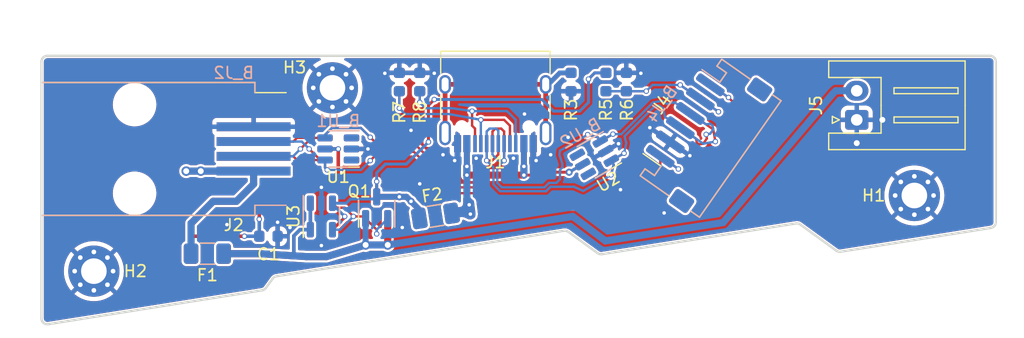
<source format=kicad_pcb>
(kicad_pcb (version 20211014) (generator pcbnew)
  (layers (0 "F.Cu" jumper "Front") (31 "B.Cu" signal "Back") (36 "B.SilkS" user "B.Silkscreen") (37 "F.SilkS" user "F.Silkscreen") (38 "B.Mask" user) (39 "F.Mask" user) (44 "Edge.Cuts" user))
  (net 0 "")
  (net 1 "USB_VBUS_IN_FUSED")
  (net 2 "VSS")
  (net 3 "USB_VBUS_IN")
  (net 4 "USB_VBUS")
  (net 5 "Net-(F2-Pad1)")
  (net 6 "Net-(Q1-Pad1)")
  (net 7 "PLUG_DETECT")
  (net 8 "Net-(J1-PadS1)")
  (net 9 "Net-(J1-PadB5)")
  (net 10 "Net-(J1-PadA5)")
  (net 11 "USB_D-")
  (net 12 "USB_D+")
  (net 21 "LINK_RX")
  (net 22 "LINK_TX")
  (footprint "MountingHole:MountingHole_2.2mm_M2_Pad_Via" (layer "F.Cu") (at 133.5 63.75)
    (fp_text reference "H1")
    (fp_text value "MountingHole_Pad")
  )
  (footprint "kbdlib:JST_ZH_S6B-ZR-SM4A-TF" (layer "F.Cu") (at 118.45 60.55 55)
    (fp_text reference "J4")
    (fp_text value "Conn_01x06")
  )
  (footprint "kbdlib:Fuse_1206_3216Metric_Flippable" (layer "F.Cu") (at 72.75 68.75)
    (fp_text reference "F1")
    (fp_text value "1.5A")
  )
  (footprint "kbdlib:SMD-0603_Flippable" (layer "F.Cu") (at 89.25 54 -90)
    (fp_text reference "R7")
    (fp_text value "5k1")
  )
  (footprint "Package_TO_SOT_SMD:SOT-23-6" (layer "F.Cu") (at 106 60.5 -150)
    (fp_text reference "U2")
    (fp_text value "SRV0504")
  )
  (footprint "kbdlib:SMD-0603_Flippable" (layer "F.Cu") (at 78 67.25)
    (fp_text reference "C1")
    (fp_text value "10u")
  )
  (footprint "kbdlib:SMD-0603_Flippable" (layer "F.Cu") (at 107 54 -90)
    (fp_text reference "R5")
    (fp_text value "100k")
  )
  (footprint "Connector_JST:JST_XH_S2B-XH-A_1x02_P2.50mm_Horizontal" (layer "F.Cu") (at 128.55 57.25 90)
    (fp_text reference "J5")
    (fp_text value "Conn_01x02")
  )
  (footprint "kbdlib:SOT-23_Flippable" (layer "F.Cu") (at 87.3 64.8 90)
    (fp_text reference "Q1")
    (fp_text value "AO3401A")
  )
  (footprint "kbdlib:SOT-23-5_Flippable" (layer "F.Cu") (at 82.55 65.55 90)
    (fp_text reference "U3")
    (fp_text value "LMV321")
  )
  (footprint "kbdlib:USB_C_Receptacle_HRO_TYPE-C-31-M-12_Flippable" (layer "F.Cu") (at 97.5 55.25 180)
    (fp_text reference "J1")
    (fp_text value "USB_C_Receptacle_USB2.0")
  )
  (footprint "MountingHole:MountingHole_2.2mm_M2_Pad_Via" (layer "F.Cu") (at 63 70.25)
    (fp_text reference "H2")
    (fp_text value "MountingHole_Pad")
  )
  (footprint "Package_TO_SOT_SMD:SOT-23-6" (layer "F.Cu") (at 84 59.75 180)
    (fp_text reference "U1")
    (fp_text value "SRV0504")
  )
  (footprint "kbdlib:RJ9_Molex_0855025005" (layer "F.Cu") (at 66.5 59.75 180)
    (fp_text reference "J2")
    (fp_text value "4P4C")
  )
  (footprint "kbdlib:SMD-0603_Flippable" (layer "F.Cu") (at 104 54 90)
    (fp_text reference "R3")
    (fp_text value "0")
  )
  (footprint "kbdlib:SMD-0603_Flippable" (layer "F.Cu") (at 91 54 -90)
    (fp_text reference "R8")
    (fp_text value "5k1")
  )
  (footprint "kbdlib:Fuse_1206_3216Metric_Flippable" (layer "F.Cu") (at 92.35 65.5 9)
    (fp_text reference "F2")
    (fp_text value "3A")
  )
  (footprint "kbdlib:SMD-0603_Flippable" (layer "F.Cu") (at 108.75 54 90)
    (fp_text reference "R6")
    (fp_text value "200k")
  )
  (footprint "MountingHole:MountingHole_2.2mm_M2_Pad_Via" (layer "F.Cu") (at 83.5 54.5)
    (fp_text reference "H3")
    (fp_text value "MountingHole_Pad")
  )
  (footprint "Package_TO_SOT_SMD:SOT-23-6" (layer "B.Cu") (at 106 60.5 -150)
    (fp_text reference "B_U2")
    (fp_text value "SRV0504")
  )
  (footprint "kbdlib:RJ9_Molex_0855025005" (layer "B.Cu") (at 66.5 59.75 180)
    (fp_text reference "B_J2")
    (fp_text value "4P4C")
  )
  (footprint "kbdlib:JST_ZH_S6B-ZR-SM4A-TF" (layer "B.Cu") (at 118.45 60.55 -125)
    (fp_text reference "B_J4")
    (fp_text value "Conn_01x06")
  )
  (footprint "Package_TO_SOT_SMD:SOT-23-6" (layer "B.Cu") (at 84 59.75 180)
    (fp_text reference "B_U1")
    (fp_text value "SRV0504")
  )
  (gr_arc (start 58.5 52.25) (mid 58.646447 51.896447) (end 59 51.75) (layer "Edge.Cuts") (width 0.2))
  (gr_line (start 123.324878 66.149834) (end 106.654003 68.790241) (layer "Edge.Cuts") (width 0.2))
  (gr_arc (start 140.5 66.039917) (mid 140.380197 66.364632) (end 140.078217 66.533761) (layer "Edge.Cuts") (width 0.2))
  (gr_arc (start 59.078217 74.806808) (mid 58.675276 74.693167) (end 58.5 74.312964) (layer "Edge.Cuts") (width 0.2))
  (gr_arc (start 77.778297 71.696734) (mid 77.635033 71.829148) (end 77.452006 71.896685) (layer "Edge.Cuts") (width 0.2))
  (gr_arc (start 123.324878 66.149834) (mid 123.519819 66.157491) (end 123.696988 66.23917) (layer "Edge.Cuts") (width 0.2))
  (gr_line (start 140.5 66.039917) (end 140.5 52.25) (layer "Edge.Cuts") (width 0.2))
  (gr_line (start 140.078217 66.533761) (end 127.16636 68.578798) (layer "Edge.Cuts") (width 0.2))
  (gr_line (start 58.5 74.312964) (end 58.5 52.25) (layer "Edge.Cuts") (width 0.2))
  (gr_line (start 126.794251 68.489463) (end 123.696988 66.23917) (layer "Edge.Cuts") (width 0.2))
  (gr_line (start 78.692374 70.687765) (end 103.384582 66.776904) (layer "Edge.Cuts") (width 0.2))
  (gr_line (start 78.366082 70.887717) (end 77.778297 71.696734) (layer "Edge.Cuts") (width 0.2))
  (gr_arc (start 103.384582 66.776904) (mid 103.579521 66.784563) (end 103.756692 66.866239) (layer "Edge.Cuts") (width 0.2))
  (gr_line (start 140 51.75) (end 59 51.75) (layer "Edge.Cuts") (width 0.2))
  (gr_arc (start 127.16636 68.578798) (mid 126.971415 68.571154) (end 126.794251 68.489463) (layer "Edge.Cuts") (width 0.2))
  (gr_arc (start 106.654003 68.790241) (mid 106.459066 68.782577) (end 106.281893 68.700906) (layer "Edge.Cuts") (width 0.2))
  (gr_arc (start 78.366082 70.887717) (mid 78.50934 70.755284) (end 78.692374 70.687765) (layer "Edge.Cuts") (width 0.2))
  (gr_line (start 103.756692 66.866239) (end 106.281893 68.700906) (layer "Edge.Cuts") (width 0.2))
  (gr_line (start 77.452006 71.896685) (end 59.078217 74.806808) (layer "Edge.Cuts") (width 0.2))
  (gr_arc (start 140 51.75) (mid 140.353553 51.896447) (end 140.5 52.25) (layer "Edge.Cuts") (width 0.2))
  (segment (start 76.725 62.775) (end 76.725 61.655) (width 0.6096) (layer "F.Cu") (net 1))
  (segment (start 80.45 63.05) (end 81.25 62.25) (width 0.3048) (layer "F.Cu") (net 1))
  (segment (start 73.25 64.25) (end 75.25 64.25) (width 0.6096) (layer "F.Cu") (net 1))
  (segment (start 75.25 64.25) (end 76.725 62.775) (width 0.6096) (layer "F.Cu") (net 1))
  (segment (start 83.5 62.25) (end 84 61.75) (width 0.3048) (layer "F.Cu") (net 1))
  (segment (start 71.35 66.15) (end 73.25 64.25) (width 0.6096) (layer "F.Cu") (net 1))
  (segment (start 71.35 67.415049) (end 71.35 66.15) (width 0.6096) (layer "F.Cu") (net 1))
  (segment (start 75.934951 67.25) (end 71.515049 67.25) (width 0.3048) (layer "F.Cu") (net 1))
  (segment (start 84 59.75) (end 82.8625 59.75) (width 0.3048) (layer "F.Cu") (net 1))
  (segment (start 77.2125 65.2875) (end 79.45 63.05) (width 0.3048) (layer "F.Cu") (net 1))
  (segment (start 71.35 68.75) (end 71.35 67.415049) (width 0.6096) (layer "F.Cu") (net 1))
  (segment (start 77.2125 65.7875) (end 77.2125 65.2875) (width 0.3048) (layer "F.Cu") (net 1))
  (segment (start 81.25 62.25) (end 83.5 62.25) (width 0.3048) (layer "F.Cu") (net 1))
  (segment (start 77.2125 65.7875) (end 77.2125 67.25) (width 0.3048) (layer "F.Cu") (net 1))
  (segment (start 79.45 63.05) (end 80.45 63.05) (width 0.3048) (layer "F.Cu") (net 1))
  (segment (start 71.515049 67.25) (end 71.35 67.415049) (width 0.3048) (layer "F.Cu") (net 1))
  (segment (start 70.934951 61.655) (end 72.184951 61.655) (width 0.6096) (layer "F.Cu") (net 1))
  (segment (start 77.2125 67.25) (end 75.934951 67.25) (width 0.3048) (layer "F.Cu") (net 1))
  (segment (start 84 61.75) (end 84 59.75) (width 0.3048) (layer "F.Cu") (net 1))
  (segment (start 76.725 61.655) (end 72.184951 61.655) (width 0.6096) (layer "F.Cu") (net 1))
  (via (at 77.2125 65.7875) (size 0.4572) (drill 0.3048) (layers "F.Cu" "B.Cu") (net 1))
  (via (at 75.934951 67.25) (size 0.4572) (drill 0.3048) (layers "F.Cu" "B.Cu") (net 1))
  (via (at 70.934951 61.655) (size 0.8128) (drill 0.508) (layers "F.Cu" "B.Cu") (net 1))
  (via (at 72.184951 61.655) (size 0.8128) (drill 0.508) (layers "F.Cu" "B.Cu") (net 1))
  (via (at 84 59.75) (size 0.4572) (drill 0.3048) (layers "F.Cu" "B.Cu") (net 1))
  (segment (start 73.25 64.25) (end 75.25 64.25) (width 0.6096) (layer "B.Cu") (net 1))
  (segment (start 72.184951 61.655) (end 76.725 61.655) (width 0.6096) (layer "B.Cu") (net 1))
  (segment (start 71.35 66.15) (end 73.25 64.25) (width 0.6096) (layer "B.Cu") (net 1))
  (segment (start 77.2125 67.25) (end 77.2125 65.7875) (width 0.3048) (layer "B.Cu") (net 1))
  (segment (start 75.25 64.25) (end 76.725 62.775) (width 0.6096) (layer "B.Cu") (net 1))
  (segment (start 84 59.75) (end 82.8625 59.75) (width 0.3048) (layer "B.Cu") (net 1))
  (segment (start 71.35 68.75) (end 71.35 66.15) (width 0.6096) (layer "B.Cu") (net 1))
  (segment (start 76.725 62.775) (end 76.725 61.655) (width 0.6096) (layer "B.Cu") (net 1))
  (segment (start 75.934951 67.25) (end 77.2125 67.25) (width 0.3048) (layer "B.Cu") (net 1))
  (segment (start 70.934951 61.655) (end 72.184951 61.655) (width 0.6096) (layer "B.Cu") (net 1))
  (segment (start 100.75 60.5) (end 100.75 59.295) (width 0.508) (layer "F.Cu") (net 2))
  (segment (start 101 60.75) (end 100.75 60.5) (width 0.508) (layer "F.Cu") (net 2))
  (segment (start 101 60.75) (end 101.75 60.75) (width 0.508) (layer "F.Cu") (net 2))
  (segment (start 94 60.75) (end 93.5 60.75) (width 0.508) (layer "F.Cu") (net 2))
  (segment (start 94 60.75) (end 94.25 60.5) (width 0.508) (layer "F.Cu") (net 2))
  (segment (start 94.25 60.5) (end 94.25 59.295) (width 0.508) (layer "F.Cu") (net 2))
  (segment (start 101.75 60.75) (end 102.25 60.25) (width 0.508) (layer "F.Cu") (net 2))
  (segment (start 93.5 60.75) (end 93 60.25) (width 0.508) (layer "F.Cu") (net 2))
  (via (at 130.75 57.25) (size 0.8128) (drill 0.508) (layers "F.Cu" "B.Cu") (net 2))
  (via (at 74.434951 66.25) (size 0.6096) (drill 0.3048) (layers "F.Cu" "B.Cu") (net 2))
  (via (at 108.078461 59.3) (size 0.4572) (drill 0.3048) (layers "F.Cu" "B.Cu") (net 2))
  (via (at 82.55 68.05) (size 0.4572) (drill 0.3048) (layers "F.Cu" "B.Cu") (net 2))
  (via (at 86.55 59.75) (size 0.4572) (drill 0.3048) (layers "F.Cu" "B.Cu") (net 2))
  (via (at 88 53.25) (size 0.4572) (drill 0.3048) (layers "F.Cu" "B.Cu") (net 2))
  (via (at 103.75 58.75) (size 0.4572) (drill 0.3048) (layers "F.Cu" "B.Cu") (net 2))
  (via (at 91 62.75) (size 0.6096) (drill 0.3048) (layers "F.Cu" "B.Cu") (net 2))
  (via (at 79.85 66.5) (size 0.4572) (drill 0.3048) (layers "F.Cu" "B.Cu") (net 2))
  (via (at 128.55 59.25) (size 0.8128) (drill 0.508) (layers "F.Cu" "B.Cu") (net 2))
  (via (at 92.25 53.25) (size 0.4572) (drill 0.3048) (layers "F.Cu" "B.Cu") (net 2))
  (via (at 112 65.25) (size 0.6096) (drill 0.3048) (layers "F.Cu" "B.Cu") (net 2))
  (via (at 82.55 63.05) (size 0.4572) (drill 0.3048) (layers "F.Cu" "B.Cu") (net 2))
  (via (at 108.25 63.25) (size 0.4572) (drill 0.3048) (layers "F.Cu" "B.Cu") (net 2))
  (via (at 110.770067 57.919195) (size 0.4572) (drill 0.3048) (layers "F.Cu" "B.Cu") (net 2))
  (via (at 89.5 66.5) (size 0.6096) (drill 0.3048) (layers "F.Cu" "B.Cu") (net 2))
  (via (at 102.25 60.25) (size 0.6096) (drill 0.3048) (layers "F.Cu" "B.Cu") (net 2))
  (via (at 101 60.75) (size 0.6096) (drill 0.3048) (layers "F.Cu" "B.Cu") (net 2))
  (via (at 90.25 58.15) (size 0.6096) (drill 0.3048) (layers "F.Cu" "B.Cu") (net 2))
  (via (at 78.7875 66.05) (size 0.4572) (drill 0.3048) (layers "F.Cu" "B.Cu") (net 2))
  (via (at 93 60.25) (size 0.6096) (drill 0.3048) (layers "F.Cu" "B.Cu") (net 2))
  (via (at 94 60.75) (size 0.6096) (drill 0.3048) (layers "F.Cu" "B.Cu") (net 2))
  (via (at 110 53.25) (size 0.4572) (drill 0.3048) (layers "F.Cu" "B.Cu") (net 2))
  (via (at 99.05 60.55) (size 0.4572) (drill 0.3048) (layers "F.Cu" "B.Cu") (net 2))
  (via (at 100 56.75) (size 0.6096) (drill 0.3048) (layers "F.Cu" "B.Cu") (net 2))
  (via (at 114.210506 60.328217) (size 0.4572) (drill 0.3048) (layers "F.Cu" "B.Cu") (net 2))
  (via (at 95.85 60.55) (size 0.4572) (drill 0.3048) (layers "F.Cu" "B.Cu") (net 2))
  (segment (start 101.75 60.75) (end 102.25 60.25) (width 0.508) (layer "B.Cu") (net 2))
  (segment (start 94 60.75) (end 94.25 60.5) (width 0.508) (layer "B.Cu") (net 2))
  (segment (start 94.25 60.5) (end 94.25 59.295) (width 0.508) (layer "B.Cu") (net 2))
  (segment (start 93.5 60.75) (end 93 60.25) (width 0.508) (layer "B.Cu") (net 2))
  (segment (start 94 60.75) (end 93.5 60.75) (width 0.508) (layer "B.Cu") (net 2))
  (segment (start 101 60.75) (end 100.75 60.5) (width 0.508) (layer "B.Cu") (net 2))
  (segment (start 100.75 60.5) (end 100.75 59.295) (width 0.508) (layer "B.Cu") (net 2))
  (segment (start 101 60.75) (end 101.75 60.75) (width 0.508) (layer "B.Cu") (net 2))
  (segment (start 88.25 65.7375) (end 88.25 68) (width 0.6096) (layer "F.Cu") (net 3))
  (segment (start 80.183333 68.933333) (end 77.25 68.75) (width 0.6096) (layer "F.Cu") (net 3))
  (segment (start 88.25 68) (end 86.35 68) (width 0.6096) (layer "F.Cu") (net 3))
  (segment (start 81.6 66.6875) (end 80.7125 66.6875) (width 0.3048) (layer "F.Cu") (net 3))
  (segment (start 80.183333 67.216667) (end 80.183333 68.933333) (width 0.3048) (layer "F.Cu") (net 3))
  (segment (start 81.25 69) (end 83 69) (width 0.6096) (layer "F.Cu") (net 3))
  (segment (start 83 69) (end 86.35 68) (width 0.6096) (layer "F.Cu") (net 3))
  (segment (start 81.25 69) (end 80.183333 68.933333) (width 0.6096) (layer "F.Cu") (net 3))
  (segment (start 81.6 64.4125) (end 81.6 66.6875) (width 0.3048) (layer "F.Cu") (net 3))
  (segment (start 74.15 68.75) (end 77.25 68.75) (width 0.6096) (layer "F.Cu") (net 3))
  (segment (start 80.7125 66.6875) (end 80.183333 67.216667) (width 0.3048) (layer "F.Cu") (net 3))
  (via (at 86.35 68) (size 0.8128) (drill 0.508) (layers "F.Cu" "B.Cu") (net 3))
  (via (at 88.25 68) (size 0.8128) (drill 0.508) (layers "F.Cu" "B.Cu") (net 3))
  (segment (start 81.25 69) (end 80.183333 68.933333) (width 0.6096) (layer "B.Cu") (net 3))
  (segment (start 128.55 54.75) (end 126.75 54.75) (width 0.6096) (layer "B.Cu") (net 3))
  (segment (start 126.75 54.75) (end 126.5 55) (width 0.6096) (layer "B.Cu") (net 3))
  (segment (start 74.15 68.75) (end 77.25 68.75) (width 0.6096) (layer "B.Cu") (net 3))
  (segment (start 86.35 68) (end 88.25 68) (width 0.6096) (layer "B.Cu") (net 3))
  (segment (start 83 69) (end 86.35 68) (width 0.6096) (layer "B.Cu") (net 3))
  (segment (start 81.6 66.6875) (end 80.7125 66.6875) (width 0.3048) (layer "B.Cu") (net 3))
  (segment (start 81.6 64.4125) (end 81.6 66.6875) (width 0.3048) (layer "B.Cu") (net 3))
  (segment (start 126.5 55) (end 117.072884 66.072884) (width 0.6096) (layer "B.Cu") (net 3))
  (segment (start 81.25 69) (end 83 69) (width 0.6096) (layer "B.Cu") (net 3))
  (segment (start 80.183333 67.216667) (end 80.183333 68.933333) (width 0.3048) (layer "B.Cu") (net 3))
  (segment (start 88.25 68) (end 104.15 65.55) (width 0.6096) (layer "B.Cu") (net 3))
  (segment (start 80.183333 68.933333) (end 77.25 68.75) (width 0.6096) (layer "B.Cu") (net 3))
  (segment (start 80.7125 66.6875) (end 80.183333 67.216667) (width 0.3048) (layer "B.Cu") (net 3))
  (segment (start 104.15 65.55) (end 106.95 67.65) (width 0.6096) (layer "B.Cu") (net 3))
  (segment (start 86.35 65.7375) (end 86.35 68) (width 0.508) (layer "B.Cu") (net 3))
  (segment (start 106.95 67.65) (end 117.072884 66.072884) (width 0.6096) (layer "B.Cu") (net 3))
  (segment (start 95.05 62) (end 95.05054 61.99946) (width 0.6096) (layer "F.Cu") (net 4))
  (segment (start 93.801772 65.3) (end 93.732764 65.230992) (width 0.6096) (layer "F.Cu") (net 4))
  (segment (start 99.95 59.295) (end 99.95 61.25) (width 0.508) (layer "F.Cu") (net 4))
  (segment (start 99.95 62) (end 95.05 62) (width 0.6096) (layer "F.Cu") (net 4))
  (segment (start 103.834936 61.75) (end 105.014896 61.06875) (width 0.254) (layer "F.Cu") (net 4))
  (segment (start 95.05 62) (end 95.05 61.250797) (width 0.6096) (layer "F.Cu") (net 4))
  (segment (start 101.75 62) (end 99.95 62) (width 0.254) (layer "F.Cu") (net 4))
  (segment (start 102 61.75) (end 101.75 62) (width 0.254) (layer "F.Cu") (net 4))
  (segment (start 95.05 59.295) (end 95.05 61.250797) (width 0.508) (layer "F.Cu") (net 4))
  (segment (start 95.05 62) (end 95.05054 61.99946) (width 0.6096) (layer "F.Cu") (net 4))
  (segment (start 95.05 62) (end 95.05054 61.99946) (width 0.6096) (layer "F.Cu") (net 4))
  (segment (start 99.95 61.25) (end 99.95 62) (width 0.6096) (layer "F.Cu") (net 4))
  (segment (start 103.834936 61.75) (end 102 61.75) (width 0.254) (layer "F.Cu") (net 4))
  (via (at 103.834936 61.75) (size 0.6096) (drill 0.3048) (layers "F.Cu" "B.Cu") (net 4))
  (via (at 95.35 65.35) (size 0.6096) (drill 0.3048) (layers "F.Cu" "B.Cu") (net 4))
  (via (at 95.25 64.55) (size 0.6096) (drill 0.3048) (layers "F.Cu" "B.Cu") (net 4))
  (via (at 99.95 62) (size 0.6096) (drill 0.3048) (layers "F.Cu" "B.Cu") (net 4))
  (via (at 95.05 61.250797) (size 0.6096) (drill 0.3048) (layers "F.Cu" "B.Cu") (net 4))
  (via (at 95.05 62) (size 0.6096) (drill 0.3048) (layers "F.Cu" "B.Cu") (net 4))
  (via (at 99.95 61.25) (size 0.6096) (drill 0.3048) (layers "F.Cu" "B.Cu") (net 4))
  (segment (start 103.834936 61.75) (end 105.014896 61.06875) (width 0.254) (layer "B.Cu") (net 4))
  (segment (start 95.05 62) (end 95.05 64.3) (width 0.6096) (layer "B.Cu") (net 4))
  (segment (start 95.05 61.250797) (end 95.05 59.295) (width 0.508) (layer "B.Cu") (net 4))
  (segment (start 95.05 62) (end 95.05 61.250797) (width 0.6096) (layer "B.Cu") (net 4))
  (segment (start 99.95 61.25) (end 99.95 62) (width 0.6096) (layer "B.Cu") (net 4))
  (segment (start 99.95 61.25) (end 99.95 59.295) (width 0.508) (layer "B.Cu") (net 4))
  (segment (start 90.967236 64.967236) (end 90.967236 65.719008) (width 0.508) (layer "F.Cu") (net 5))
  (segment (start 105.5 53.75) (end 106.0375 53.2125) (width 0.254) (layer "F.Cu") (net 5))
  (segment (start 84.55 65.6375) (end 83.5 66.6875) (width 0.254) (layer "F.Cu") (net 5))
  (segment (start 106.0375 53.2125) (end 107 53.2125) (width 0.254) (layer "F.Cu") (net 5))
  (segment (start 89.8625 63.8625) (end 90.967236 64.967236) (width 0.508) (layer "F.Cu") (net 5))
  (segment (start 87.3 62.55) (end 87.3 63.8625) (width 0.254) (layer "F.Cu") (net 5))
  (segment (start 91.75 59.15) (end 91.75 56) (width 0.254) (layer "F.Cu") (net 5))
  (segment (start 91.75 56) (end 92.25 55.5) (width 0.254) (layer "F.Cu") (net 5))
  (segment (start 84.55 65.55) (end 84.55 65.6375) (width 0.254) (layer "F.Cu") (net 5))
  (segment (start 87.3 63.8625) (end 89.8625 63.8625) (width 0.508) (layer "F.Cu") (net 5))
  (via (at 84.55 65.55) (size 0.4572) (drill 0.3048) (layers "F.Cu" "B.Cu") (net 5))
  (via (at 89.25 63.8625) (size 0.6096) (drill 0.3048) (layers "F.Cu" "B.Cu") (net 5))
  (via (at 105.5 53.75) (size 0.4572) (drill 0.3048) (layers "F.Cu" "B.Cu") (net 5))
  (via (at 92.25 55.5) (size 0.4572) (drill 0.3048) (layers "F.Cu" "B.Cu") (net 5))
  (via (at 90.25 64.25) (size 0.6096) (drill 0.3048) (layers "F.Cu" "B.Cu") (net 5))
  (via (at 87.3 62.55) (size 0.4572) (drill 0.3048) (layers "F.Cu" "B.Cu") (net 5))
  (via (at 91.75 59.15) (size 0.4572) (drill 0.3048) (layers "F.Cu" "B.Cu") (net 5))
  (segment (start 85.05 64.05) (end 84.6875 64.4125) (width 0.254) (layer "B.Cu") (net 5))
  (segment (start 105.5 53.75) (end 106.0375 53.2125) (width 0.254) (layer "B.Cu") (net 5))
  (segment (start 87.3 62.55) (end 87.3 63.8625) (width 0.254) (layer "B.Cu") (net 5))
  (segment (start 102.5 56.5) (end 104.75 56.5) (width 0.254) (layer "B.Cu") (net 5))
  (segment (start 83.5 64.5) (end 84.55 65.55) (width 0.254) (layer "B.Cu") (net 5))
  (segment (start 87.1125 64.05) (end 85.05 64.05) (width 0.254) (layer "B.Cu") (net 5))
  (segment (start 88.05 61.05) (end 89.85 61.05) (width 0.254) (layer "B.Cu") (net 5))
  (segment (start 101.5 55.5) (end 102.5 56.5) (width 0.254) (layer "B.Cu") (net 5))
  (segment (start 84.6875 64.4125) (end 83.5 64.4125) (width 0.254) (layer "B.Cu") (net 5))
  (segment (start 83.5 64.4125) (end 83.5 64.5) (width 0.254) (layer "B.Cu") (net 5))
  (segment (start 89.85 61.05) (end 91.75 59.15) (width 0.254) (layer "B.Cu") (net 5))
  (segment (start 89.25 63.8625) (end 89.8625 63.8625) (width 0.508) (layer "B.Cu") (net 5))
  (segment (start 104.75 56.5) (end 105.5 55.75) (width 0.254) (layer "B.Cu") (net 5))
  (segment (start 87.3 63.8625) (end 89.25 63.8625) (width 0.508) (layer "B.Cu") (net 5))
  (segment (start 106.0375 53.2125) (end 107 53.2125) (width 0.254) (layer "B.Cu") (net 5))
  (segment (start 105.5 55.75) (end 105.5 53.75) (width 0.254) (layer "B.Cu") (net 5))
  (segment (start 89.8625 63.8625) (end 90.967236 64.967236) (width 0.508) (layer "B.Cu") (net 5))
  (segment (start 92.25 55.5) (end 101.5 55.5) (width 0.254) (layer "B.Cu") (net 5))
  (segment (start 87.3 61.8) (end 88.05 61.05) (width 0.254) (layer "B.Cu") (net 5))
  (segment (start 87.3 62.55) (end 87.3 61.8) (width 0.254) (layer "B.Cu") (net 5))
  (segment (start 90.967236 64.967236) (end 90.967236 65.719008) (width 0.508) (layer "B.Cu") (net 5))
  (segment (start 87.3 63.8625) (end 87.1125 64.05) (width 0.254) (layer "B.Cu") (net 5))
  (segment (start 87.3 67.05) (end 87.3 66.6875) (width 0.2032) (layer "F.Cu") (net 6))
  (segment (start 84.55 64.8) (end 84.3 64.8) (width 0.2032) (layer "F.Cu") (net 6))
  (segment (start 85.3 65.55) (end 86.1625 65.55) (width 0.2032) (layer "F.Cu") (net 6))
  (segment (start 86.1625 65.55) (end 86.35 65.7375) (width 0.2032) (layer "F.Cu") (net 6))
  (segment (start 83.5 64.4125) (end 83.8875 64.8) (width 0.2032) (layer "F.Cu") (net 6))
  (segment (start 83.8875 64.8) (end 84.3 64.8) (width 0.2032) (layer "F.Cu") (net 6))
  (segment (start 85.3 65.55) (end 84.55 64.8) (width 0.2032) (layer "F.Cu") (net 6))
  (segment (start 87.3 66.6875) (end 86.35 65.7375) (width 0.2032) (layer "F.Cu") (net 6))
  (via (at 85.3 65.55) (size 0.4572) (drill 0.3048) (layers "F.Cu" "B.Cu") (net 6))
  (via (at 87.3 67.05) (size 0.4572) (drill 0.3048) (layers "F.Cu" "B.Cu") (net 6))
  (segment (start 83.5 66.6875) (end 84.1625 66.6875) (width 0.2032) (layer "B.Cu") (net 6))
  (segment (start 84.1625 66.6875) (end 85.3 65.55) (width 0.2032) (layer "B.Cu") (net 6))
  (segment (start 87.3 66.6875) (end 88.25 65.7375) (width 0.2032) (layer "B.Cu") (net 6))
  (segment (start 87.3 67.05) (end 87.3 66.6875) (width 0.2032) (layer "B.Cu") (net 6))
  (segment (start 108.75 54.7875) (end 107 54.7875) (width 0.2032) (layer "F.Cu") (net 7))
  (segment (start 116.668727 56.555996) (end 115.112338 55.466201) (width 0.2032) (layer "F.Cu") (net 7))
  (segment (start 108.75 54.7875) (end 110.4625 54.7875) (width 0.2032) (layer "F.Cu") (net 7))
  (segment (start 115.112338 55.466201) (end 113.392119 54.26169) (width 0.2032) (layer "F.Cu") (net 7))
  (via (at 110.4625 54.7875) (size 0.4572) (drill 0.3048) (layers "F.Cu" "B.Cu") (net 7))
  (via (at 116.668727 56.555996) (size 0.4572) (drill 0.3048) (layers "F.Cu" "B.Cu") (net 7))
  (via (at 113.380429 54.25) (size 0.4572) (drill 0.3048) (layers "F.Cu" "B.Cu") (net 7))
  (segment (start 107 54.7875) (end 108.75 54.7875) (width 0.2032) (layer "B.Cu") (net 7))
  (segment (start 115.112338 55.466201) (end 116.668727 56.555996) (width 0.2032) (layer "B.Cu") (net 7))
  (segment (start 111 54.25) (end 110.4625 54.7875) (width 0.2032) (layer "B.Cu") (net 7))
  (segment (start 115.112338 55.466201) (end 113.392119 54.26169) (width 0.2032) (layer "B.Cu") (net 7))
  (segment (start 113.380429 54.25) (end 111 54.25) (width 0.2032) (layer "B.Cu") (net 7))
  (segment (start 110.4625 54.7875) (end 108.75 54.7875) (width 0.2032) (layer "B.Cu") (net 7))
  (segment (start 103.0375 53.2125) (end 104 53.2125) (width 0.4064) (layer "F.Cu") (net 8))
  (segment (start 93.18 54.2) (end 93.18 58.38) (width 0.4064) (layer "F.Cu") (net 8))
  (segment (start 101.82 58.38) (end 101.82 54.2) (width 0.4064) (layer "F.Cu") (net 8))
  (segment (start 102.05 54.2) (end 103.0375 53.2125) (width 0.4064) (layer "F.Cu") (net 8))
  (segment (start 101.82 54.2) (end 93.18 54.2) (width 0.4064) (layer "F.Cu") (net 8))
  (segment (start 103.0375 53.2125) (end 104 53.2125) (width 0.4064) (layer "B.Cu") (net 8))
  (segment (start 102.05 54.2) (end 103.0375 53.2125) (width 0.4064) (layer "B.Cu") (net 8))
  (segment (start 95.75 58) (end 95.5 57.75) (width 0.2032) (layer "F.Cu") (net 9))
  (segment (start 95.5 57.75) (end 95.5 56.5) (width 0.2032) (layer "F.Cu") (net 9))
  (segment (start 91 55.75) (end 91 54.7875) (width 0.2032) (layer "F.Cu") (net 9))
  (segment (start 95.75 59.295) (end 95.75 58) (width 0.2032) (layer "F.Cu") (net 9))
  (via (at 91 55.75) (size 0.4572) (drill 0.3048) (layers "F.Cu" "B.Cu") (net 9))
  (via (at 95.5 56.5) (size 0.4572) (drill 0.3048) (layers "F.Cu" "B.Cu") (net 9))
  (segment (start 93.75 56.25) (end 91.5 56.25) (width 0.2032) (layer "B.Cu") (net 9))
  (segment (start 91 55.75) (end 91 54.7875) (width 0.2032) (layer "B.Cu") (net 9))
  (segment (start 99.25 59.295) (end 99.25 57.25) (width 0.2032) (layer "B.Cu") (net 9))
  (segment (start 95.5 56.5) (end 93.75 56.25) (width 0.2032) (layer "B.Cu") (net 9))
  (segment (start 99.25 57.25) (end 98.5 56.5) (width 0.2032) (layer "B.Cu") (net 9))
  (segment (start 98.5 56.5) (end 95.5 56.5) (width 0.2032) (layer "B.Cu") (net 9))
  (segment (start 91.5 56.25) (end 91 55.75) (width 0.2032) (layer "B.Cu") (net 9))
  (segment (start 98.75 57.75) (end 98.25 57.25) (width 0.2032) (layer "F.Cu") (net 10))
  (segment (start 98.75 59.295) (end 98.75 57.75) (width 0.2032) (layer "F.Cu") (net 10))
  (segment (start 89.25 56.25) (end 89.25 54.7875) (width 0.2032) (layer "F.Cu") (net 10))
  (segment (start 98.25 57.25) (end 96.25 57.25) (width 0.2032) (layer "F.Cu") (net 10))
  (via (at 89.25 56.25) (size 0.4572) (drill 0.3048) (layers "F.Cu" "B.Cu") (net 10))
  (via (at 96.25 57.25) (size 0.4572) (drill 0.3048) (layers "F.Cu" "B.Cu") (net 10))
  (segment (start 96.25 57.25) (end 93.5 56.75) (width 0.2032) (layer "B.Cu") (net 10))
  (segment (start 96.25 59.295) (end 96.25 57.25) (width 0.2032) (layer "B.Cu") (net 10))
  (segment (start 93.5 56.75) (end 89.75 56.75) (width 0.2032) (layer "B.Cu") (net 10))
  (segment (start 89.75 56.75) (end 89.25 56.25) (width 0.2032) (layer "B.Cu") (net 10))
  (segment (start 89.25 56.25) (end 89.25 54.7875) (width 0.2032) (layer "B.Cu") (net 10))
  (segment (start 106.506872 59.10363) (end 107.595462 58.475132) (width 0.2032) (layer "F.Cu") (net 11))
  (segment (start 115.611647 58.501524) (end 115.673041 58.849707) (width 0.2032) (layer "F.Cu") (net 11))
  (segment (start 114.804604 59.21824) (end 114.74321 58.870058) (width 0.2032) (layer "F.Cu") (net 11))
  (segment (start 98 58) (end 98.25 58.25) (width 0.2032) (layer "F.Cu") (net 11))
  (segment (start 114.74321 58.870058) (end 113.391609 57.923657) (width 0.2032) (layer "F.Cu") (net 11))
  (segment (start 97.5 58) (end 98 58) (width 0.2032) (layer "F.Cu") (net 11))
  (segment (start 97.25 58.25) (end 97.5 58) (width 0.2032) (layer "F.Cu") (net 11))
  (segment (start 98.25 58.25) (end 98.25 59.295) (width 0.2032) (layer "F.Cu") (net 11))
  (segment (start 106.303854 58.75129) (end 105.433013 58.517949) (width 0.2032) (layer "F.Cu") (net 11))
  (segment (start 115.673041 58.849707) (end 115.357574 59.30024) (width 0.2032) (layer "F.Cu") (net 11))
  (segment (start 97.25 59.295) (end 97.25 58.25) (width 0.2032) (layer "F.Cu") (net 11))
  (segment (start 115.357574 59.30024) (end 115.009392 59.361634) (width 0.2032) (layer "F.Cu") (net 11))
  (segment (start 98.25 59.295) (end 98.25 60.75) (width 0.2032) (layer "F.Cu") (net 11))
  (segment (start 107.595462 58.475132) (end 107.603461 58.477276) (width 0.2032) (layer "F.Cu") (net 11))
  (segment (start 106.510104 59.108526) (end 106.303854 58.75129) (width 0.2032) (layer "F.Cu") (net 11))
  (segment (start 115.009392 59.361634) (end 114.804604 59.21824) (width 0.2032) (layer "F.Cu") (net 11))
  (via (at 115.611647 58.501524) (size 0.4572) (drill 0.3048) (layers "F.Cu" "B.Cu") (net 11))
  (via (at 105.433013 58.517949) (size 0.4572) (drill 0.3048) (layers "F.Cu" "B.Cu") (net 11))
  (via (at 107.603461 58.477276) (size 0.4572) (drill 0.3048) (layers "F.Cu" "B.Cu") (net 11))
  (via (at 98.25 60.75) (size 0.4572) (drill 0.3048) (layers "F.Cu" "B.Cu") (net 11))
  (segment (start 111.03861 55.75864) (end 111.83539 55.613206) (width 0.2032) (layer "B.Cu") (net 11))
  (segment (start 107.603461 58.477276) (end 107.595462 58.475132) (width 0.2032) (layer "B.Cu") (net 11))
  (segment (start 107.595462 58.475132) (end 106.506872 59.10363) (width 0.2032) (layer "B.Cu") (net 11))
  (segment (start 106.303854 58.75129) (end 105.433013 58.517949) (width 0.2032) (layer "B.Cu") (net 11))
  (segment (start 105.433013 58.517949) (end 103.051443 59.892949) (width 0.2032) (layer "B.Cu") (net 11))
  (segment (start 112.203675 55.871082) (end 112.900039 55.748294) (width 0.2032) (layer "B.Cu") (net 11))
  (segment (start 116.156545 57.72333) (end 116.217939 58.071512) (width 0.2032) (layer "B.Cu") (net 11))
  (segment (start 103 60.25) (end 103.25 61) (width 0.2032) (layer "B.Cu") (net 11))
  (segment (start 97.75 60.75) (end 98.25 60.75) (width 0.2032) (layer "B.Cu") (net 11))
  (segment (start 102.75 62.6698) (end 102.096714 62.6698) (width 0.2032) (layer "B.Cu") (net 11))
  (segment (start 115.951757 57.579936) (end 116.156545 57.72333) (width 0.2032) (layer "B.Cu") (net 11))
  (segment (start 108.319974 58.477276) (end 111.03861 55.75864) (width 0.2032) (layer "B.Cu") (net 11))
  (segment (start 103.25 61) (end 103.25 61.35) (width 0.2032) (layer "B.Cu") (net 11))
  (segment (start 116.217939 58.071512) (end 115.959829 58.440131) (width 0.2032) (layer "B.Cu") (net 11))
  (segment (start 102.096714 62.6698) (end 101.716514 63.05) (width 0.2032) (layer "B.Cu") (net 11))
  (segment (start 111.83539 55.613206) (end 112.203675 55.871082) (width 0.2032) (layer "B.Cu") (net 11))
  (segment (start 97.6651 62.6651) (end 97.6651 61.3349) (width 0.2032) (layer "B.Cu") (net 11))
  (segment (start 103.051443 59.892949) (end 103 60.25) (width 0.2032) (layer "B.Cu") (net 11))
  (segment (start 98.05 63.05) (end 101.716514 63.05) (width 0.2032) (layer "B.Cu") (net 11))
  (segment (start 115.959829 58.440131) (end 115.611647 58.501524) (width 0.2032) (layer "B.Cu") (net 11))
  (segment (start 103.05 62.35) (end 102.75 62.6698) (width 0.2032) (layer "B.Cu") (net 11))
  (segment (start 98.05 63.05) (end 97.6651 62.6651) (width 0.2032) (layer "B.Cu") (net 11))
  (segment (start 97.25 59.295) (end 97.25 60.25) (width 0.2032) (layer "B.Cu") (net 11))
  (segment (start 103.05 61.55) (end 103.05 62.35) (width 0.2032) (layer "B.Cu") (net 11))
  (segment (start 112.900039 55.748294) (end 115.603575 57.64133) (width 0.2032) (layer "B.Cu") (net 11))
  (segment (start 115.603575 57.64133) (end 115.951757 57.579936) (width 0.2032) (layer "B.Cu") (net 11))
  (segment (start 107.603461 58.477276) (end 108.319974 58.477276) (width 0.2032) (layer "B.Cu") (net 11))
  (segment (start 103.25 61.35) (end 103.05 61.55) (width 0.2032) (layer "B.Cu") (net 11))
  (segment (start 97.6651 61.3349) (end 98.25 60.75) (width 0.2032) (layer "B.Cu") (net 11))
  (segment (start 97.25 60.25) (end 97.75 60.75) (width 0.2032) (layer "B.Cu") (net 11))
  (segment (start 98.25 60.75) (end 98.25 59.295) (width 0.2032) (layer "B.Cu") (net 11))
  (segment (start 106.510104 59.108526) (end 106.303854 58.75129) (width 0.2032) (layer "B.Cu") (net 11))
  (segment (start 107.460104 60.753974) (end 108.553461 60.122724) (width 0.2032) (layer "F.Cu") (net 12))
  (segment (start 116.40212 59.116059) (end 116.217939 58.071512) (width 0.2032) (layer "F.Cu") (net 12))
  (segment (start 97.2232 60.75) (end 96.75 60.75) (width 0.2032) (layer "F.Cu") (net 12))
  (segment (start 107.666354 61.11121) (end 107.433013 61.982051) (width 0.2032) (layer "F.Cu") (net 12))
  (segment (start 97.75 59.295) (end 97.75 60.2232) (width 0.2032) (layer "F.Cu") (net 12))
  (segment (start 107.460104 60.753974) (end 107.666354 61.11121) (width 0.2032) (layer "F.Cu") (net 12))
  (segment (start 116.217939 58.071512) (end 114.251974 56.694929) (width 0.2032) (layer "F.Cu") (net 12))
  (segment (start 97.75 60.2232) (end 97.2232 60.75) (width 0.2032) (layer "F.Cu") (net 12))
  (segment (start 96.75 60.75) (end 96.75 59.295) (width 0.2032) (layer "F.Cu") (net 12))
  (via (at 108.553461 60.122724) (size 0.4572) (drill 0.3048) (layers "F.Cu" "B.Cu") (net 12))
  (via (at 107.433013 61.982051) (size 0.4572) (drill 0.3048) (layers "F.Cu" "B.Cu") (net 12))
  (via (at 116.40212 59.116059) (size 0.4572) (drill 0.3048) (layers "F.Cu" "B.Cu") (net 12))
  (via (at 96.75 60.75) (size 0.4572) (drill 0.3048) (layers "F.Cu" "B.Cu") (net 12))
  (segment (start 96.75 59.295) (end 96.75 60.75) (width 0.2032) (layer "B.Cu") (net 12))
  (segment (start 96.75 58.25) (end 97 58) (width 0.2032) (layer "B.Cu") (net 12))
  (segment (start 104.25 63) (end 105.051443 63.357051) (width 0.2032) (layer "B.Cu") (net 12))
  (segment (start 115.357574 59.30024) (end 113.391609 57.923657) (width 0.2032) (layer "B.Cu") (net 12))
  (segment (start 97.75 58.1834) (end 97.75 59.295) (width 0.2032) (layer "B.Cu") (net 12))
  (segment (start 96.75 59.295) (end 96.75 58.25) (width 0.2032) (layer "B.Cu") (net 12))
  (segment (start 97.3349 61.3349) (end 97.3349 62.801874) (width 0.2032) (layer "B.Cu") (net 12))
  (segment (start 97.3349 62.801874) (end 97.913226 63.3802) (width 0.2032) (layer "B.Cu") (net 12))
  (segment (start 101.853288 63.3802) (end 102.233488 63) (width 0.2032) (layer "B.Cu") (net 12))
  (segment (start 112.051852 56.98555) (end 113.391609 57.923657) (width 0.2032) (layer "B.Cu") (net 12))
  (segment (start 105.051443 63.357051) (end 107.433013 61.982051) (width 0.2032) (layer "B.Cu") (net 12))
  (segment (start 97 58) (end 97.5666 58) (width 0.2032) (layer "B.Cu") (net 12))
  (segment (start 97.5666 58) (end 97.75 58.1834) (width 0.2032) (layer "B.Cu") (net 12))
  (segment (start 116.40212 59.116059) (end 115.357574 59.30024) (width 0.2032) (layer "B.Cu") (net 12))
  (segment (start 107.666354 61.11121) (end 107.433013 61.982051) (width 0.2032) (layer "B.Cu") (net 12))
  (segment (start 112.051852 56.98555) (end 111.928198 56.284273) (width 0.2032) (layer "B.Cu") (net 12))
  (segment (start 107.460104 60.753974) (end 107.666354 61.11121) (width 0.2032) (layer "B.Cu") (net 12))
  (segment (start 108.553461 60.122724) (end 107.460104 60.753974) (width 0.2032) (layer "B.Cu") (net 12))
  (segment (start 108.75 59.25) (end 108.602461 58.661763) (width 0.2032) (layer "B.Cu") (net 12))
  (segment (start 102.233488 63) (end 104.25 63) (width 0.2032) (layer "B.Cu") (net 12))
  (segment (start 108.553461 60.122724) (end 108.75 59.25) (width 0.2032) (layer "B.Cu") (net 12))
  (segment (start 111.096008 56.168216) (end 108.602461 58.661763) (width 0.2032) (layer "B.Cu") (net 12))
  (segment (start 96.75 60.75) (end 97.3349 61.3349) (width 0.2032) (layer "B.Cu") (net 12))
  (segment (start 97.913226 63.3802) (end 101.853288 63.3802) (width 0.2032) (layer "B.Cu") (net 12))
  (segment (start 111.096008 56.168216) (end 111.550624 56.019894) (width 0.2032) (layer "B.Cu") (net 12))
  (segment (start 111.928198 56.284273) (end 111.550624 56.019894) (width 0.2032) (layer "B.Cu") (net 12))
  (segment (start 94.3 63.05) (end 96.3 63.05) (width 0.2032) (layer "F.Cu") (net 21))
  (segment (start 82.8625 58.8) (end 81.8 58.8) (width 0.2032) (layer "F.Cu") (net 21))
  (segment (start 82.860649 58.536864) (end 83.448149 57.949364) (width 0.2032) (layer "F.Cu") (net 21))
  (segment (start 86.75 58.75) (end 87.5 59.5) (width 0.2032) (layer "F.Cu") (net 21))
  (segment (start 96.3 63.05) (end 97.5 64.25) (width 0.2032) (layer "F.Cu") (net 21))
  (segment (start 111.670879 61.579121) (end 111.670879 60.381113) (width 0.2032) (layer "F.Cu") (net 21))
  (segment (start 90.75 59.5) (end 94.3 63.05) (width 0.2032) (layer "F.Cu") (net 21))
  (segment (start 97.5 64.25) (end 109 64.25) (width 0.2032) (layer "F.Cu") (net 21))
  (segment (start 85.948149 57.949364) (end 86.748149 58.749364) (width 0.2032) (layer "F.Cu") (net 21))
  (segment (start 109 64.25) (end 111.670879 61.579121) (width 0.2032) (layer "F.Cu") (net 21))
  (segment (start 81.7 58.8) (end 81.8 58.8) (width 0.2032) (layer "F.Cu") (net 21))
  (segment (start 80.45 58.8) (end 80.135 59.115) (width 0.2032) (layer "F.Cu") (net 21))
  (segment (start 81.8 58.8) (end 80.45 58.8) (width 0.2032) (layer "F.Cu") (net 21))
  (segment (start 87.5 59.5) (end 90.75 59.5) (width 0.2032) (layer "F.Cu") (net 21))
  (segment (start 80.75 59.75) (end 81.7 58.8) (width 0.2032) (layer "F.Cu") (net 21))
  (segment (start 83.448149 57.949364) (end 85.948149 57.949364) (width 0.2032) (layer "F.Cu") (net 21))
  (segment (start 82.860649 58.799364) (end 82.860649 58.536864) (width 0.2032) (layer "F.Cu") (net 21))
  (segment (start 80.135 59.115) (end 76.725 59.115) (width 0.2032) (layer "F.Cu") (net 21))
  (segment (start 111.67088 60.381113) (end 113.227269 61.470908) (width 0.2032) (layer "F.Cu") (net 21))
  (via (at 86.75 58.75) (size 0.4572) (drill 0.3048) (layers "F.Cu" "B.Cu") (net 21))
  (via (at 113.227269 61.470908) (size 0.4572) (drill 0.3048) (layers "F.Cu" "B.Cu") (net 21))
  (via (at 80.75 59.75) (size 0.4572) (drill 0.3048) (layers "F.Cu" "B.Cu") (net 21))
  (segment (start 80.115 60.385) (end 80.75 59.75) (width 0.2032) (layer "B.Cu") (net 21))
  (segment (start 76.725 60.385) (end 80.115 60.385) (width 0.2032) (layer "B.Cu") (net 21))
  (segment (start 111.67088 60.381113) (end 113.227269 61.470908) (width 0.2032) (layer "B.Cu") (net 21))
  (segment (start 85.95 57.95) (end 86.75 58.75) (width 0.2032) (layer "B.Cu") (net 21))
  (segment (start 82.8625 58.8) (end 82.8625 58.5375) (width 0.2032) (layer "B.Cu") (net 21))
  (segment (start 83.45 57.95) (end 85.95 57.95) (width 0.2032) (layer "B.Cu") (net 21))
  (segment (start 82.8625 58.5375) (end 83.45 57.95) (width 0.2032) (layer "B.Cu") (net 21))
  (segment (start 76.725 60.385) (end 80.135 60.385) (width 0.2032) (layer "F.Cu") (net 22))
  (segment (start 80.45 60.7) (end 82.8625 60.7) (width 0.2032) (layer "F.Cu") (net 22))
  (segment (start 81.5 59.75) (end 82.45 60.7) (width 0.2032) (layer "F.Cu") (net 22))
  (segment (start 82.45 60.7) (end 82.8625 60.7) (width 0.2032) (layer "F.Cu") (net 22))
  (segment (start 109.25 64.75) (end 97.25 64.75) (width 0.2032) (layer "F.Cu") (net 22))
  (segment (start 117.529091 55.327269) (end 115.972703 54.237473) (width 0.2032) (layer "F.Cu") (net 22))
  (segment (start 111.5 62.5) (end 109.25 64.75) (width 0.2032) (layer "F.Cu") (net 22))
  (segment (start 82.8625 60.7) (end 82.8625 61.3625) (width 0.2032) (layer "F.Cu") (net 22))
  (segment (start 97.25 64.75) (end 96.05 63.55) (width 0.2032) (layer "F.Cu") (net 22))
  (segment (start 90.5 60) (end 87.5 60) (width 0.2032) (layer "F.Cu") (net 22))
  (segment (start 118 55.798178) (end 118 59.25) (width 0.2032) (layer "F.Cu") (net 22))
  (segment (start 80.135 60.385) (end 80.45 60.7) (width 0.2032) (layer "F.Cu") (net 22))
  (segment (start 87.5 60) (end 86.75 60.75) (width 0.2032) (layer "F.Cu") (net 22))
  (segment (start 114.75 62.5) (end 111.5 62.5) (width 0.2032) (layer "F.Cu") (net 22))
  (segment (start 82.8625 61.3625) (end 83.05 61.55) (width 0.2032) (layer "F.Cu") (net 22))
  (segment (start 117.529091 55.327269) (end 118 55.798178) (width 0.2032) (layer "F.Cu") (net 22))
  (segment (start 94.05 63.55) (end 90.5 60) (width 0.2032) (layer "F.Cu") (net 22))
  (segment (start 96.05 63.55) (end 94.05 63.55) (width 0.2032) (layer "F.Cu") (net 22))
  (segment (start 118 59.25) (end 114.75 62.5) (width 0.2032) (layer "F.Cu") (net 22))
  (via (at 83.05 61.55) (size 0.4572) (drill 0.3048) (layers "F.Cu" "B.Cu") (net 22))
  (via (at 81.5 59.75) (size 0.4572) (drill 0.3048) (layers "F.Cu" "B.Cu") (net 22))
  (via (at 117.529091 55.327269) (size 0.4572) (drill 0.3048) (layers "F.Cu" "B.Cu") (net 22))
  (via (at 86.75 60.75) (size 0.4572) (drill 0.3048) (layers "F.Cu" "B.Cu") (net 22))
  (segment (start 82.8625 60.7) (end 82.8625 61.3625) (width 0.2032) (layer "B.Cu") (net 22))
  (segment (start 80.865 59.115) (end 81.5 59.75) (width 0.2032) (layer "B.Cu") (net 22))
  (segment (start 82.8625 61.3625) (end 83.05 61.55) (width 0.2032) (layer "B.Cu") (net 22))
  (segment (start 117.529091 55.327269) (end 115.972703 54.237473) (width 0.2032) (layer "B.Cu") (net 22))
  (segment (start 85.95 61.55) (end 86.75 60.75) (width 0.2032) (layer "B.Cu") (net 22))
  (segment (start 83.05 61.55) (end 85.95 61.55) (width 0.2032) (layer "B.Cu") (net 22))
  (segment (start 76.725 59.115) (end 80.865 59.115) (width 0.2032) (layer "B.Cu") (net 22))
  (zone (net 4) (net_name "USB_VBUS") (layers F&B.Cu) (priority 1) (connect_pads yes (clearance 0.2032)) (min_thickness 0.254) (fill yes (thermal_gap 0.508) (thermal_bridge_width 0.508))
    (polygon (pts (xy 95.425 64.025) (xy 95.65 64.200001) (xy 95.8 65.35) (xy 95.75 65.6) (xy 95.65 65.7) (xy 95.45 65.8) (xy 95.2 65.8) (xy 94.825 65.625) (xy 94.7 65.6) (xy 94.55 65.6) (xy 93.75 65.75) (xy 93.640385 64.85) (xy 94.525 64.725) (xy 94.6 64.699889) (xy 94.65 64.65) (xy 94.7 64.575) (xy 94.74 64.4) (xy 94.74 63.9) (xy 95.36 63.9)))
  )
  (zone (net 2) (net_name "VSS") (layers F&B.Cu) (connect_pads (clearance 0.2032)) (min_thickness 0.2032) (fill yes (thermal_gap 0.381) (thermal_bridge_width 0.381))
    (polygon (pts (xy 142.934951 76) (xy 54.934951 76) (xy 54.934951 49) (xy 142.934951 49)))
  )
)
</source>
